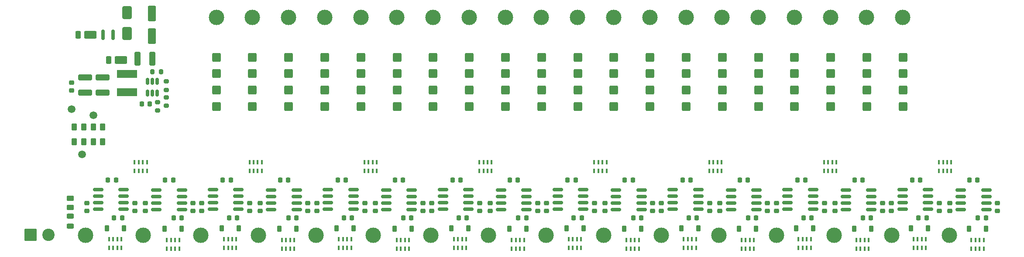
<source format=gbr>
%TF.GenerationSoftware,KiCad,Pcbnew,9.0.2*%
%TF.CreationDate,2025-05-23T14:58:01+03:00*%
%TF.ProjectId,control_unit_tester,636f6e74-726f-46c5-9f75-6e69745f7465,rev?*%
%TF.SameCoordinates,Original*%
%TF.FileFunction,Soldermask,Top*%
%TF.FilePolarity,Negative*%
%FSLAX46Y46*%
G04 Gerber Fmt 4.6, Leading zero omitted, Abs format (unit mm)*
G04 Created by KiCad (PCBNEW 9.0.2) date 2025-05-23 14:58:01*
%MOMM*%
%LPD*%
G01*
G04 APERTURE LIST*
G04 Aperture macros list*
%AMRoundRect*
0 Rectangle with rounded corners*
0 $1 Rounding radius*
0 $2 $3 $4 $5 $6 $7 $8 $9 X,Y pos of 4 corners*
0 Add a 4 corners polygon primitive as box body*
4,1,4,$2,$3,$4,$5,$6,$7,$8,$9,$2,$3,0*
0 Add four circle primitives for the rounded corners*
1,1,$1+$1,$2,$3*
1,1,$1+$1,$4,$5*
1,1,$1+$1,$6,$7*
1,1,$1+$1,$8,$9*
0 Add four rect primitives between the rounded corners*
20,1,$1+$1,$2,$3,$4,$5,0*
20,1,$1+$1,$4,$5,$6,$7,0*
20,1,$1+$1,$6,$7,$8,$9,0*
20,1,$1+$1,$8,$9,$2,$3,0*%
G04 Aperture macros list end*
%ADD10RoundRect,0.225000X0.225000X0.250000X-0.225000X0.250000X-0.225000X-0.250000X0.225000X-0.250000X0*%
%ADD11C,3.000000*%
%ADD12R,4.000000X1.500000*%
%ADD13RoundRect,0.225000X-0.250000X0.225000X-0.250000X-0.225000X0.250000X-0.225000X0.250000X0.225000X0*%
%ADD14RoundRect,0.200000X0.200000X0.275000X-0.200000X0.275000X-0.200000X-0.275000X0.200000X-0.275000X0*%
%ADD15RoundRect,0.225000X0.225000X0.375000X-0.225000X0.375000X-0.225000X-0.375000X0.225000X-0.375000X0*%
%ADD16RoundRect,0.150000X-0.825000X-0.150000X0.825000X-0.150000X0.825000X0.150000X-0.825000X0.150000X0*%
%ADD17R,0.400000X0.900000*%
%ADD18RoundRect,0.250000X-0.262500X-0.450000X0.262500X-0.450000X0.262500X0.450000X-0.262500X0.450000X0*%
%ADD19RoundRect,0.150000X0.150000X-0.850000X0.150000X0.850000X-0.150000X0.850000X-0.150000X-0.850000X0*%
%ADD20C,1.500000*%
%ADD21RoundRect,0.250001X-0.949999X-0.949999X0.949999X-0.949999X0.949999X0.949999X-0.949999X0.949999X0*%
%ADD22C,2.400000*%
%ADD23RoundRect,0.200000X-0.275000X0.200000X-0.275000X-0.200000X0.275000X-0.200000X0.275000X0.200000X0*%
%ADD24RoundRect,0.150000X0.150000X-0.512500X0.150000X0.512500X-0.150000X0.512500X-0.150000X-0.512500X0*%
%ADD25RoundRect,0.250000X1.100000X-0.325000X1.100000X0.325000X-1.100000X0.325000X-1.100000X-0.325000X0*%
%ADD26RoundRect,0.225000X0.250000X-0.225000X0.250000X0.225000X-0.250000X0.225000X-0.250000X-0.225000X0*%
%ADD27RoundRect,0.200000X0.275000X-0.200000X0.275000X0.200000X-0.275000X0.200000X-0.275000X-0.200000X0*%
%ADD28RoundRect,0.250000X0.450000X-0.262500X0.450000X0.262500X-0.450000X0.262500X-0.450000X-0.262500X0*%
%ADD29RoundRect,0.250000X0.650000X-1.000000X0.650000X1.000000X-0.650000X1.000000X-0.650000X-1.000000X0*%
%ADD30RoundRect,0.250000X0.325000X1.100000X-0.325000X1.100000X-0.325000X-1.100000X0.325000X-1.100000X0*%
%ADD31RoundRect,0.250000X-0.950000X-0.500000X0.950000X-0.500000X0.950000X0.500000X-0.950000X0.500000X0*%
%ADD32RoundRect,0.250000X-0.275000X-0.500000X0.275000X-0.500000X0.275000X0.500000X-0.275000X0.500000X0*%
%ADD33RoundRect,0.250000X0.550000X-1.250000X0.550000X1.250000X-0.550000X1.250000X-0.550000X-1.250000X0*%
%ADD34RoundRect,0.243750X0.456250X-0.243750X0.456250X0.243750X-0.456250X0.243750X-0.456250X-0.243750X0*%
%ADD35RoundRect,0.250000X-0.600000X0.600000X-0.600000X-0.600000X0.600000X-0.600000X0.600000X0.600000X0*%
G04 APERTURE END LIST*
D10*
%TO.C,C68*%
X115289286Y-105050000D03*
X113739286Y-105050000D03*
%TD*%
D11*
%TO.C,J7*%
X134789474Y-65950000D03*
%TD*%
D12*
%TO.C,L2*%
X82408333Y-76975000D03*
X82408333Y-80575000D03*
%TD*%
D13*
%TO.C,C29*%
X228960714Y-102125000D03*
X228960714Y-103675000D03*
%TD*%
D11*
%TO.C,J2*%
X99750000Y-65950000D03*
%TD*%
D14*
%TO.C,R6*%
X89008333Y-76600000D03*
X87358333Y-76600000D03*
%TD*%
D15*
%TO.C,D21*%
X182182143Y-107125000D03*
X178882143Y-107125000D03*
%TD*%
D10*
%TO.C,C16*%
X247400000Y-97625000D03*
X245850000Y-97625000D03*
%TD*%
D11*
%TO.C,J22*%
X74375000Y-108425000D03*
%TD*%
D10*
%TO.C,C8*%
X180532143Y-97625000D03*
X178982143Y-97625000D03*
%TD*%
D13*
%TO.C,C45*%
X208385714Y-102125000D03*
X208385714Y-103675000D03*
%TD*%
D10*
%TO.C,C14*%
X225110714Y-97625000D03*
X223560714Y-97625000D03*
%TD*%
D11*
%TO.C,J15*%
X190852632Y-65950000D03*
%TD*%
%TO.C,J25*%
X107885000Y-108425000D03*
%TD*%
D16*
%TO.C,U10*%
X199571429Y-99585000D03*
X199571429Y-100855000D03*
X199571429Y-102125000D03*
X199571429Y-103395000D03*
X204521429Y-103395000D03*
X204521429Y-102125000D03*
X204521429Y-100855000D03*
X204521429Y-99585000D03*
%TD*%
D17*
%TO.C,RN6*%
X128478571Y-95900000D03*
X129278571Y-95900000D03*
X130078571Y-95900000D03*
X130878571Y-95900000D03*
X130878571Y-94200000D03*
X130078571Y-94200000D03*
X129278571Y-94200000D03*
X128478571Y-94200000D03*
%TD*%
D13*
%TO.C,C40*%
X119228571Y-102125000D03*
X119228571Y-103675000D03*
%TD*%
D10*
%TO.C,C69*%
X226735714Y-105050000D03*
X225185714Y-105050000D03*
%TD*%
D16*
%TO.C,U6*%
X154992857Y-99585000D03*
X154992857Y-100855000D03*
X154992857Y-102125000D03*
X154992857Y-103395000D03*
X159942857Y-103395000D03*
X159942857Y-102125000D03*
X159942857Y-100855000D03*
X159942857Y-99585000D03*
%TD*%
D13*
%TO.C,C50*%
X173132143Y-102125000D03*
X173132143Y-103675000D03*
%TD*%
%TO.C,C30*%
X251250000Y-102125000D03*
X251250000Y-103675000D03*
%TD*%
D10*
%TO.C,C2*%
X91375000Y-97625000D03*
X89825000Y-97625000D03*
%TD*%
D13*
%TO.C,C36*%
X108289286Y-102125000D03*
X108289286Y-103675000D03*
%TD*%
D15*
%TO.C,D38*%
X215535714Y-107050000D03*
X212235714Y-107050000D03*
%TD*%
D11*
%TO.C,J13*%
X176836842Y-65950000D03*
%TD*%
D15*
%TO.C,D32*%
X104089286Y-107050000D03*
X100789286Y-107050000D03*
%TD*%
D18*
%TO.C,R3*%
X72187500Y-87350000D03*
X74012500Y-87350000D03*
%TD*%
D13*
%TO.C,C37*%
X219735714Y-102125000D03*
X219735714Y-103675000D03*
%TD*%
D15*
%TO.C,D20*%
X170957143Y-107050000D03*
X167657143Y-107050000D03*
%TD*%
D13*
%TO.C,C39*%
X74650000Y-102125000D03*
X74650000Y-103675000D03*
%TD*%
D17*
%TO.C,RN8*%
X159442857Y-109300000D03*
X158642857Y-109300000D03*
X157842857Y-109300000D03*
X157042857Y-109300000D03*
X157042857Y-111000000D03*
X157842857Y-111000000D03*
X158642857Y-111000000D03*
X159442857Y-111000000D03*
%TD*%
D13*
%TO.C,C46*%
X230675000Y-102125000D03*
X230675000Y-103675000D03*
%TD*%
D15*
%TO.C,D9*%
X137603571Y-107125000D03*
X134303571Y-107125000D03*
%TD*%
D17*
%TO.C,RN14*%
X204021429Y-109300000D03*
X203221429Y-109300000D03*
X202421429Y-109300000D03*
X201621429Y-109300000D03*
X201621429Y-111000000D03*
X202421429Y-111000000D03*
X203221429Y-111000000D03*
X204021429Y-111000000D03*
%TD*%
D10*
%TO.C,C58*%
X170632143Y-105000000D03*
X169082143Y-105000000D03*
%TD*%
D15*
%TO.C,D8*%
X126378571Y-107050000D03*
X123078571Y-107050000D03*
%TD*%
D11*
%TO.C,J21*%
X232900000Y-65950000D03*
%TD*%
D16*
%TO.C,U11*%
X99114286Y-99495000D03*
X99114286Y-100765000D03*
X99114286Y-102035000D03*
X99114286Y-103305000D03*
X104064286Y-103305000D03*
X104064286Y-102035000D03*
X104064286Y-100765000D03*
X104064286Y-99495000D03*
%TD*%
D10*
%TO.C,C70*%
X249025000Y-105050000D03*
X247475000Y-105050000D03*
%TD*%
%TO.C,C65*%
X159867857Y-105050000D03*
X158317857Y-105050000D03*
%TD*%
D15*
%TO.C,D45*%
X249050000Y-107125000D03*
X245750000Y-107125000D03*
%TD*%
D18*
%TO.C,R2*%
X75887500Y-90200000D03*
X77712500Y-90200000D03*
%TD*%
D19*
%TO.C,L1*%
X77800000Y-69350000D03*
X79700000Y-69350000D03*
%TD*%
D20*
%TO.C,TP3*%
X75875000Y-85050000D03*
%TD*%
D13*
%TO.C,C38*%
X242025000Y-102125000D03*
X242025000Y-103675000D03*
%TD*%
D16*
%TO.C,U4*%
X132703571Y-99585000D03*
X132703571Y-100855000D03*
X132703571Y-102125000D03*
X132703571Y-103395000D03*
X137653571Y-103395000D03*
X137653571Y-102125000D03*
X137653571Y-100855000D03*
X137653571Y-99585000D03*
%TD*%
D11*
%TO.C,J12*%
X169828947Y-65950000D03*
%TD*%
D18*
%TO.C,R1*%
X72187500Y-90200000D03*
X74012500Y-90200000D03*
%TD*%
D17*
%TO.C,RN10*%
X168107143Y-110900000D03*
X168907143Y-110900000D03*
X169707143Y-110900000D03*
X170507143Y-110900000D03*
X170507143Y-109200000D03*
X169707143Y-109200000D03*
X168907143Y-109200000D03*
X168107143Y-109200000D03*
%TD*%
%TO.C,RN19*%
X212685714Y-110900000D03*
X213485714Y-110900000D03*
X214285714Y-110900000D03*
X215085714Y-110900000D03*
X215085714Y-109200000D03*
X214285714Y-109200000D03*
X213485714Y-109200000D03*
X212685714Y-109200000D03*
%TD*%
D11*
%TO.C,J33*%
X197245000Y-108425000D03*
%TD*%
D13*
%TO.C,C43*%
X186096429Y-102125000D03*
X186096429Y-103675000D03*
%TD*%
D11*
%TO.C,J19*%
X218884211Y-65950000D03*
%TD*%
%TO.C,J27*%
X130225000Y-108425000D03*
%TD*%
%TO.C,J35*%
X219585000Y-108425000D03*
%TD*%
D17*
%TO.C,RN22*%
X234975000Y-110900000D03*
X235775000Y-110900000D03*
X236575000Y-110900000D03*
X237375000Y-110900000D03*
X237375000Y-109200000D03*
X236575000Y-109200000D03*
X235775000Y-109200000D03*
X234975000Y-109200000D03*
%TD*%
D11*
%TO.C,J30*%
X163735000Y-108425000D03*
%TD*%
D13*
%TO.C,C44*%
X96939286Y-102125000D03*
X96939286Y-103675000D03*
%TD*%
D20*
%TO.C,TP2*%
X73725000Y-92675000D03*
%TD*%
D21*
%TO.C,J1*%
X63725000Y-108350000D03*
D22*
X67225000Y-108350000D03*
%TD*%
D10*
%TO.C,C19*%
X86850000Y-82810000D03*
X85300000Y-82810000D03*
%TD*%
D13*
%TO.C,C47*%
X83975000Y-102125000D03*
X83975000Y-103675000D03*
%TD*%
D11*
%TO.C,J34*%
X208415000Y-108425000D03*
%TD*%
%TO.C,J32*%
X186075000Y-108425000D03*
%TD*%
D17*
%TO.C,RN15*%
X195346429Y-95900000D03*
X196146429Y-95900000D03*
X196946429Y-95900000D03*
X197746429Y-95900000D03*
X197746429Y-94200000D03*
X196946429Y-94200000D03*
X196146429Y-94200000D03*
X195346429Y-94200000D03*
%TD*%
D13*
%TO.C,C31*%
X86000000Y-102125000D03*
X86000000Y-103675000D03*
%TD*%
D11*
%TO.C,J6*%
X127781579Y-65950000D03*
%TD*%
D15*
%TO.C,D3*%
X93025000Y-107125000D03*
X89725000Y-107125000D03*
%TD*%
D16*
%TO.C,U7*%
X165982143Y-99495000D03*
X165982143Y-100765000D03*
X165982143Y-102035000D03*
X165982143Y-103305000D03*
X170932143Y-103305000D03*
X170932143Y-102035000D03*
X170932143Y-100765000D03*
X170932143Y-99495000D03*
%TD*%
D23*
%TO.C,R8*%
X88395000Y-82495000D03*
X88395000Y-84145000D03*
%TD*%
D24*
%TO.C,U17*%
X86408333Y-80725000D03*
X87358333Y-80725000D03*
X88308333Y-80725000D03*
X88308333Y-78450000D03*
X87358333Y-78450000D03*
X86408333Y-78450000D03*
%TD*%
D10*
%TO.C,C66*%
X182157143Y-105050000D03*
X180607143Y-105050000D03*
%TD*%
D17*
%TO.C,RN23*%
X248600000Y-109300000D03*
X247800000Y-109300000D03*
X247000000Y-109300000D03*
X246200000Y-109300000D03*
X246200000Y-111000000D03*
X247000000Y-111000000D03*
X247800000Y-111000000D03*
X248600000Y-111000000D03*
%TD*%
D16*
%TO.C,U12*%
X110414286Y-99585000D03*
X110414286Y-100855000D03*
X110414286Y-102125000D03*
X110414286Y-103395000D03*
X115364286Y-103395000D03*
X115364286Y-102125000D03*
X115364286Y-100855000D03*
X115364286Y-99585000D03*
%TD*%
D17*
%TO.C,RN1*%
X78950000Y-110900000D03*
X79750000Y-110900000D03*
X80550000Y-110900000D03*
X81350000Y-110900000D03*
X81350000Y-109200000D03*
X80550000Y-109200000D03*
X79750000Y-109200000D03*
X78950000Y-109200000D03*
%TD*%
%TO.C,RN12*%
X173057143Y-95900000D03*
X173857143Y-95900000D03*
X174657143Y-95900000D03*
X175457143Y-95900000D03*
X175457143Y-94200000D03*
X174657143Y-94200000D03*
X173857143Y-94200000D03*
X173057143Y-94200000D03*
%TD*%
D10*
%TO.C,C1*%
X80275000Y-97620000D03*
X78725000Y-97620000D03*
%TD*%
D23*
%TO.C,R9*%
X90045000Y-81570000D03*
X90045000Y-83220000D03*
%TD*%
D13*
%TO.C,C42*%
X163807143Y-102125000D03*
X163807143Y-103675000D03*
%TD*%
D11*
%TO.C,J31*%
X174905000Y-108425000D03*
%TD*%
D17*
%TO.C,RN2*%
X92575000Y-109300000D03*
X91775000Y-109300000D03*
X90975000Y-109300000D03*
X90175000Y-109300000D03*
X90175000Y-111000000D03*
X90975000Y-111000000D03*
X91775000Y-111000000D03*
X92575000Y-111000000D03*
%TD*%
%TO.C,RN18*%
X106189286Y-95900000D03*
X106989286Y-95900000D03*
X107789286Y-95900000D03*
X108589286Y-95900000D03*
X108589286Y-94200000D03*
X107789286Y-94200000D03*
X106989286Y-94200000D03*
X106189286Y-94200000D03*
%TD*%
D10*
%TO.C,C5*%
X147142857Y-97620000D03*
X145592857Y-97620000D03*
%TD*%
D15*
%TO.C,D2*%
X81800000Y-107050000D03*
X78500000Y-107050000D03*
%TD*%
D17*
%TO.C,RN5*%
X137153571Y-109300000D03*
X136353571Y-109300000D03*
X135553571Y-109300000D03*
X134753571Y-109300000D03*
X134753571Y-111000000D03*
X135553571Y-111000000D03*
X136353571Y-111000000D03*
X137153571Y-111000000D03*
%TD*%
D10*
%TO.C,C63*%
X93000000Y-105050000D03*
X91450000Y-105050000D03*
%TD*%
D17*
%TO.C,RN16*%
X101239286Y-110900000D03*
X102039286Y-110900000D03*
X102839286Y-110900000D03*
X103639286Y-110900000D03*
X103639286Y-109200000D03*
X102839286Y-109200000D03*
X102039286Y-109200000D03*
X101239286Y-109200000D03*
%TD*%
D11*
%TO.C,J18*%
X211876316Y-65950000D03*
%TD*%
D10*
%TO.C,C4*%
X135953571Y-97625000D03*
X134403571Y-97625000D03*
%TD*%
D16*
%TO.C,U5*%
X143692857Y-99495000D03*
X143692857Y-100765000D03*
X143692857Y-102035000D03*
X143692857Y-103305000D03*
X148642857Y-103305000D03*
X148642857Y-102035000D03*
X148642857Y-100765000D03*
X148642857Y-99495000D03*
%TD*%
D11*
%TO.C,J8*%
X141797368Y-65950000D03*
%TD*%
%TO.C,J14*%
X183844737Y-65950000D03*
%TD*%
%TO.C,J17*%
X204868421Y-65950000D03*
%TD*%
D13*
%TO.C,C53*%
X217710714Y-102125000D03*
X217710714Y-103675000D03*
%TD*%
%TO.C,C33*%
X152867857Y-102125000D03*
X152867857Y-103675000D03*
%TD*%
D17*
%TO.C,RN21*%
X217635714Y-95900000D03*
X218435714Y-95900000D03*
X219235714Y-95900000D03*
X220035714Y-95900000D03*
X220035714Y-94200000D03*
X219235714Y-94200000D03*
X218435714Y-94200000D03*
X217635714Y-94200000D03*
%TD*%
D10*
%TO.C,C55*%
X81475000Y-105000000D03*
X79925000Y-105000000D03*
%TD*%
D25*
%TO.C,C20*%
X77685000Y-80615000D03*
X77685000Y-77665000D03*
%TD*%
D17*
%TO.C,RN7*%
X145817857Y-110900000D03*
X146617857Y-110900000D03*
X147417857Y-110900000D03*
X148217857Y-110900000D03*
X148217857Y-109200000D03*
X147417857Y-109200000D03*
X146617857Y-109200000D03*
X145817857Y-109200000D03*
%TD*%
D10*
%TO.C,C7*%
X169432143Y-97620000D03*
X167882143Y-97620000D03*
%TD*%
D11*
%TO.C,J10*%
X155813158Y-65950000D03*
%TD*%
D13*
%TO.C,C24*%
X139803571Y-102125000D03*
X139803571Y-103675000D03*
%TD*%
D15*
%TO.C,D33*%
X115314286Y-107125000D03*
X112014286Y-107125000D03*
%TD*%
D13*
%TO.C,C32*%
X130578571Y-102125000D03*
X130578571Y-103675000D03*
%TD*%
D11*
%TO.C,J23*%
X85545000Y-108425000D03*
%TD*%
D26*
%TO.C,C22*%
X71675000Y-80250000D03*
X71675000Y-78700000D03*
%TD*%
D15*
%TO.C,D44*%
X237825000Y-107050000D03*
X234525000Y-107050000D03*
%TD*%
D11*
%TO.C,J28*%
X141395000Y-108425000D03*
%TD*%
D10*
%TO.C,C67*%
X204446429Y-105050000D03*
X202896429Y-105050000D03*
%TD*%
D17*
%TO.C,RN24*%
X239925000Y-95900000D03*
X240725000Y-95900000D03*
X241525000Y-95900000D03*
X242325000Y-95900000D03*
X242325000Y-94200000D03*
X241525000Y-94200000D03*
X240725000Y-94200000D03*
X239925000Y-94200000D03*
%TD*%
D15*
%TO.C,D26*%
X193246429Y-107050000D03*
X189946429Y-107050000D03*
%TD*%
D10*
%TO.C,C10*%
X202821429Y-97625000D03*
X201271429Y-97625000D03*
%TD*%
%TO.C,C15*%
X236300000Y-97620000D03*
X234750000Y-97620000D03*
%TD*%
D13*
%TO.C,C41*%
X141517857Y-102125000D03*
X141517857Y-103675000D03*
%TD*%
%TO.C,C35*%
X197446429Y-102125000D03*
X197446429Y-103675000D03*
%TD*%
D27*
%TO.C,R7*%
X90058333Y-80100000D03*
X90058333Y-78450000D03*
%TD*%
D13*
%TO.C,C54*%
X240000000Y-102125000D03*
X240000000Y-103675000D03*
%TD*%
%TO.C,C52*%
X106264286Y-102125000D03*
X106264286Y-103675000D03*
%TD*%
D11*
%TO.C,J4*%
X113765789Y-65950000D03*
%TD*%
D17*
%TO.C,RN20*%
X226310714Y-109300000D03*
X225510714Y-109300000D03*
X224710714Y-109300000D03*
X223910714Y-109300000D03*
X223910714Y-111000000D03*
X224710714Y-111000000D03*
X225510714Y-111000000D03*
X226310714Y-111000000D03*
%TD*%
D11*
%TO.C,J29*%
X152565000Y-108425000D03*
%TD*%
D16*
%TO.C,U13*%
X210560714Y-99495000D03*
X210560714Y-100765000D03*
X210560714Y-102035000D03*
X210560714Y-103305000D03*
X215510714Y-103305000D03*
X215510714Y-102035000D03*
X215510714Y-100765000D03*
X215510714Y-99495000D03*
%TD*%
D28*
%TO.C,R5*%
X71405000Y-103000000D03*
X71405000Y-101175000D03*
%TD*%
D16*
%TO.C,U16*%
X244150000Y-99585000D03*
X244150000Y-100855000D03*
X244150000Y-102125000D03*
X244150000Y-103395000D03*
X249100000Y-103395000D03*
X249100000Y-102125000D03*
X249100000Y-100855000D03*
X249100000Y-99585000D03*
%TD*%
D20*
%TO.C,TP1*%
X71650000Y-83875000D03*
%TD*%
D11*
%TO.C,J36*%
X230755000Y-108425000D03*
%TD*%
D17*
%TO.C,RN3*%
X83900000Y-95900000D03*
X84700000Y-95900000D03*
X85500000Y-95900000D03*
X86300000Y-95900000D03*
X86300000Y-94200000D03*
X85500000Y-94200000D03*
X84700000Y-94200000D03*
X83900000Y-94200000D03*
%TD*%
D18*
%TO.C,R4*%
X75887500Y-87350000D03*
X77712500Y-87350000D03*
%TD*%
D29*
%TO.C,D50*%
X82445000Y-69097500D03*
X82445000Y-65097500D03*
%TD*%
D30*
%TO.C,C18*%
X87383333Y-74075000D03*
X84433333Y-74075000D03*
%TD*%
D11*
%TO.C,J5*%
X120773684Y-65950000D03*
%TD*%
%TO.C,J9*%
X148805263Y-65950000D03*
%TD*%
D10*
%TO.C,C9*%
X191721429Y-97620000D03*
X190171429Y-97620000D03*
%TD*%
D17*
%TO.C,RN4*%
X123528571Y-110900000D03*
X124328571Y-110900000D03*
X125128571Y-110900000D03*
X125928571Y-110900000D03*
X125928571Y-109200000D03*
X125128571Y-109200000D03*
X124328571Y-109200000D03*
X123528571Y-109200000D03*
%TD*%
D16*
%TO.C,U14*%
X221860714Y-99585000D03*
X221860714Y-100855000D03*
X221860714Y-102125000D03*
X221860714Y-103395000D03*
X226810714Y-103395000D03*
X226810714Y-102125000D03*
X226810714Y-100855000D03*
X226810714Y-99585000D03*
%TD*%
D10*
%TO.C,C62*%
X237500000Y-105000000D03*
X235950000Y-105000000D03*
%TD*%
D17*
%TO.C,RN17*%
X114864286Y-109300000D03*
X114064286Y-109300000D03*
X113264286Y-109300000D03*
X112464286Y-109300000D03*
X112464286Y-111000000D03*
X113264286Y-111000000D03*
X114064286Y-111000000D03*
X114864286Y-111000000D03*
%TD*%
D10*
%TO.C,C64*%
X137578571Y-105050000D03*
X136028571Y-105050000D03*
%TD*%
D11*
%TO.C,J16*%
X197860526Y-65950000D03*
%TD*%
%TO.C,J24*%
X96715000Y-108425000D03*
%TD*%
D10*
%TO.C,C61*%
X215210714Y-105000000D03*
X213660714Y-105000000D03*
%TD*%
D11*
%TO.C,J3*%
X106757895Y-65950000D03*
%TD*%
D13*
%TO.C,C28*%
X117514286Y-102125000D03*
X117514286Y-103675000D03*
%TD*%
D16*
%TO.C,U15*%
X232850000Y-99495000D03*
X232850000Y-100765000D03*
X232850000Y-102035000D03*
X232850000Y-103305000D03*
X237800000Y-103305000D03*
X237800000Y-102035000D03*
X237800000Y-100765000D03*
X237800000Y-99495000D03*
%TD*%
D15*
%TO.C,D15*%
X159892857Y-107125000D03*
X156592857Y-107125000D03*
%TD*%
D16*
%TO.C,U9*%
X188271429Y-99495000D03*
X188271429Y-100765000D03*
X188271429Y-102035000D03*
X188271429Y-103305000D03*
X193221429Y-103305000D03*
X193221429Y-102035000D03*
X193221429Y-100765000D03*
X193221429Y-99495000D03*
%TD*%
D13*
%TO.C,C23*%
X95225000Y-102125000D03*
X95225000Y-103675000D03*
%TD*%
D10*
%TO.C,C13*%
X214010714Y-97620000D03*
X212460714Y-97620000D03*
%TD*%
%TO.C,C11*%
X102564286Y-97620000D03*
X101014286Y-97620000D03*
%TD*%
%TO.C,C59*%
X192921429Y-105000000D03*
X191371429Y-105000000D03*
%TD*%
D15*
%TO.C,D39*%
X226760714Y-107125000D03*
X223460714Y-107125000D03*
%TD*%
D10*
%TO.C,C12*%
X113664286Y-97625000D03*
X112114286Y-97625000D03*
%TD*%
D11*
%TO.C,J20*%
X225892105Y-65950000D03*
%TD*%
D13*
%TO.C,C48*%
X128553571Y-102125000D03*
X128553571Y-103675000D03*
%TD*%
D11*
%TO.C,J37*%
X241925000Y-108425000D03*
%TD*%
D13*
%TO.C,C27*%
X206671429Y-102125000D03*
X206671429Y-103675000D03*
%TD*%
D17*
%TO.C,RN11*%
X181732143Y-109300000D03*
X180932143Y-109300000D03*
X180132143Y-109300000D03*
X179332143Y-109300000D03*
X179332143Y-111000000D03*
X180132143Y-111000000D03*
X180932143Y-111000000D03*
X181732143Y-111000000D03*
%TD*%
D31*
%TO.C,D51*%
X81220000Y-74295000D03*
D32*
X78845000Y-74295000D03*
%TD*%
D31*
%TO.C,D52*%
X75325000Y-69375000D03*
D32*
X72950000Y-69375000D03*
%TD*%
D13*
%TO.C,C51*%
X195421429Y-102125000D03*
X195421429Y-103675000D03*
%TD*%
D17*
%TO.C,RN13*%
X190396429Y-110900000D03*
X191196429Y-110900000D03*
X191996429Y-110900000D03*
X192796429Y-110900000D03*
X192796429Y-109200000D03*
X191996429Y-109200000D03*
X191196429Y-109200000D03*
X190396429Y-109200000D03*
%TD*%
D16*
%TO.C,U8*%
X177282143Y-99585000D03*
X177282143Y-100855000D03*
X177282143Y-102125000D03*
X177282143Y-103395000D03*
X182232143Y-103395000D03*
X182232143Y-102125000D03*
X182232143Y-100855000D03*
X182232143Y-99585000D03*
%TD*%
D11*
%TO.C,J26*%
X119055000Y-108425000D03*
%TD*%
D10*
%TO.C,C3*%
X124853571Y-97620000D03*
X123303571Y-97620000D03*
%TD*%
D13*
%TO.C,C34*%
X175157143Y-102125000D03*
X175157143Y-103675000D03*
%TD*%
D10*
%TO.C,C6*%
X158242857Y-97625000D03*
X156692857Y-97625000D03*
%TD*%
D15*
%TO.C,D14*%
X148667857Y-107050000D03*
X145367857Y-107050000D03*
%TD*%
D16*
%TO.C,U2*%
X88125000Y-99585000D03*
X88125000Y-100855000D03*
X88125000Y-102125000D03*
X88125000Y-103395000D03*
X93075000Y-103395000D03*
X93075000Y-102125000D03*
X93075000Y-100855000D03*
X93075000Y-99585000D03*
%TD*%
%TO.C,U1*%
X76825000Y-99495000D03*
X76825000Y-100765000D03*
X76825000Y-102035000D03*
X76825000Y-103305000D03*
X81775000Y-103305000D03*
X81775000Y-102035000D03*
X81775000Y-100765000D03*
X81775000Y-99495000D03*
%TD*%
D15*
%TO.C,D27*%
X204471429Y-107125000D03*
X201171429Y-107125000D03*
%TD*%
D13*
%TO.C,C25*%
X162092857Y-102125000D03*
X162092857Y-103675000D03*
%TD*%
D33*
%TO.C,C17*%
X87270000Y-69645000D03*
X87270000Y-65245000D03*
%TD*%
D10*
%TO.C,C57*%
X148342857Y-105000000D03*
X146792857Y-105000000D03*
%TD*%
D16*
%TO.C,U3*%
X121403571Y-99495000D03*
X121403571Y-100765000D03*
X121403571Y-102035000D03*
X121403571Y-103305000D03*
X126353571Y-103305000D03*
X126353571Y-102035000D03*
X126353571Y-100765000D03*
X126353571Y-99495000D03*
%TD*%
D34*
%TO.C,D1*%
X71450000Y-106600000D03*
X71450000Y-104725000D03*
%TD*%
D13*
%TO.C,C49*%
X150842857Y-102125000D03*
X150842857Y-103675000D03*
%TD*%
%TO.C,C26*%
X184382143Y-102125000D03*
X184382143Y-103675000D03*
%TD*%
D10*
%TO.C,C56*%
X126053571Y-105000000D03*
X124503571Y-105000000D03*
%TD*%
D25*
%TO.C,C21*%
X74285000Y-80615000D03*
X74285000Y-77665000D03*
%TD*%
D17*
%TO.C,RN9*%
X150767857Y-95900000D03*
X151567857Y-95900000D03*
X152367857Y-95900000D03*
X153167857Y-95900000D03*
X153167857Y-94200000D03*
X152367857Y-94200000D03*
X151567857Y-94200000D03*
X150767857Y-94200000D03*
%TD*%
D10*
%TO.C,C60*%
X103764286Y-105000000D03*
X102214286Y-105000000D03*
%TD*%
D11*
%TO.C,J11*%
X162821053Y-65950000D03*
%TD*%
D35*
%TO.C,SW7*%
X141813158Y-73750000D03*
X141813158Y-76950000D03*
X141813158Y-80150000D03*
X141813158Y-83350000D03*
%TD*%
%TO.C,SW15*%
X197897368Y-73750000D03*
X197897368Y-76950000D03*
X197897368Y-80150000D03*
X197897368Y-83350000D03*
%TD*%
%TO.C,SW20*%
X232950000Y-73750000D03*
X232950000Y-76950000D03*
X232950000Y-80150000D03*
X232950000Y-83350000D03*
%TD*%
%TO.C,SW13*%
X183876316Y-73750000D03*
X183876316Y-76950000D03*
X183876316Y-80150000D03*
X183876316Y-83350000D03*
%TD*%
%TO.C,SW8*%
X148823684Y-73750000D03*
X148823684Y-76950000D03*
X148823684Y-80150000D03*
X148823684Y-83350000D03*
%TD*%
%TO.C,SW10*%
X162844737Y-73750000D03*
X162844737Y-76950000D03*
X162844737Y-80150000D03*
X162844737Y-83350000D03*
%TD*%
%TO.C,SW19*%
X225939474Y-73750000D03*
X225939474Y-76950000D03*
X225939474Y-80150000D03*
X225939474Y-83350000D03*
%TD*%
%TO.C,SW2*%
X106760526Y-73750000D03*
X106760526Y-76950000D03*
X106760526Y-80150000D03*
X106760526Y-83350000D03*
%TD*%
%TO.C,SW17*%
X211918421Y-73750000D03*
X211918421Y-76950000D03*
X211918421Y-80150000D03*
X211918421Y-83350000D03*
%TD*%
%TO.C,SW18*%
X218928947Y-73750000D03*
X218928947Y-76950000D03*
X218928947Y-80150000D03*
X218928947Y-83350000D03*
%TD*%
%TO.C,SW11*%
X169855263Y-73750000D03*
X169855263Y-76950000D03*
X169855263Y-80150000D03*
X169855263Y-83350000D03*
%TD*%
%TO.C,SW9*%
X155834211Y-73750000D03*
X155834211Y-76950000D03*
X155834211Y-80150000D03*
X155834211Y-83350000D03*
%TD*%
%TO.C,SW5*%
X127792105Y-73750000D03*
X127792105Y-76950000D03*
X127792105Y-80150000D03*
X127792105Y-83350000D03*
%TD*%
%TO.C,SW1*%
X99750000Y-73750000D03*
X99750000Y-76950000D03*
X99750000Y-80150000D03*
X99750000Y-83350000D03*
%TD*%
%TO.C,SW16*%
X204907895Y-73750000D03*
X204907895Y-76950000D03*
X204907895Y-80150000D03*
X204907895Y-83350000D03*
%TD*%
%TO.C,SW6*%
X134802632Y-73750000D03*
X134802632Y-76950000D03*
X134802632Y-80150000D03*
X134802632Y-83350000D03*
%TD*%
%TO.C,SW12*%
X176865789Y-73750000D03*
X176865789Y-76950000D03*
X176865789Y-80150000D03*
X176865789Y-83350000D03*
%TD*%
%TO.C,SW14*%
X190886842Y-73750000D03*
X190886842Y-76950000D03*
X190886842Y-80150000D03*
X190886842Y-83350000D03*
%TD*%
%TO.C,SW3*%
X113771053Y-73750000D03*
X113771053Y-76950000D03*
X113771053Y-80150000D03*
X113771053Y-83350000D03*
%TD*%
%TO.C,SW4*%
X120781579Y-73750000D03*
X120781579Y-76950000D03*
X120781579Y-80150000D03*
X120781579Y-83350000D03*
%TD*%
M02*

</source>
